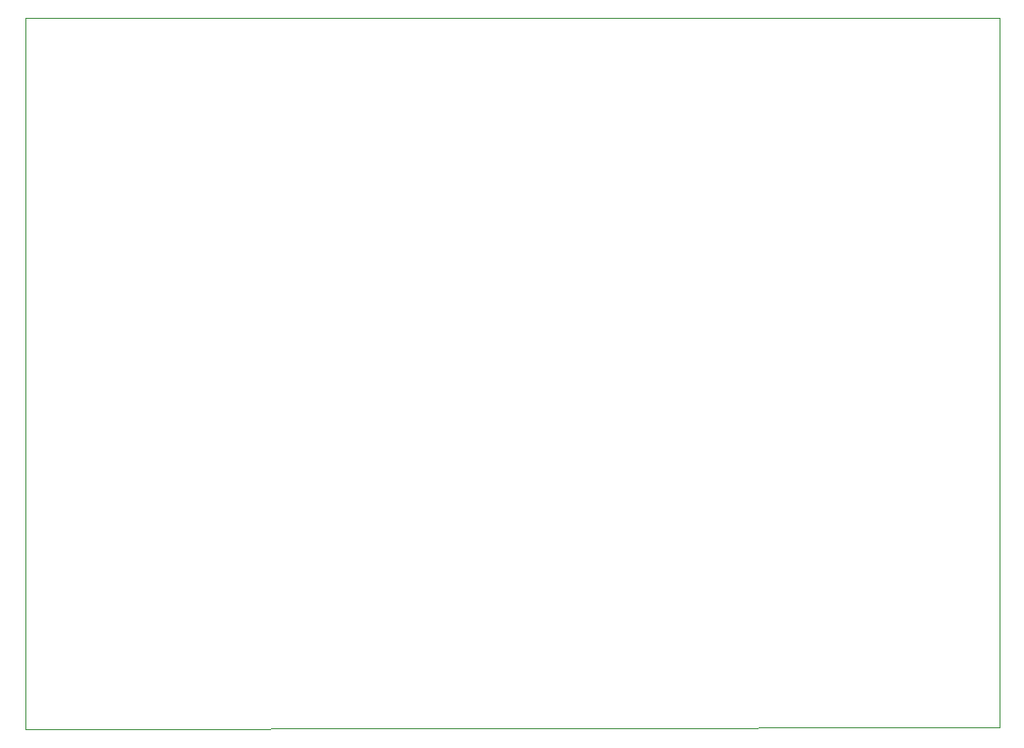
<source format=gm1>
%TF.GenerationSoftware,KiCad,Pcbnew,7.0.10-7.0.10~ubuntu22.04.1*%
%TF.CreationDate,2024-01-10T15:33:04-08:00*%
%TF.ProjectId,eFuse_voltmeter_r6,65467573-655f-4766-9f6c-746d65746572,rev?*%
%TF.SameCoordinates,Original*%
%TF.FileFunction,Profile,NP*%
%FSLAX46Y46*%
G04 Gerber Fmt 4.6, Leading zero omitted, Abs format (unit mm)*
G04 Created by KiCad (PCBNEW 7.0.10-7.0.10~ubuntu22.04.1) date 2024-01-10 15:33:04*
%MOMM*%
%LPD*%
G01*
G04 APERTURE LIST*
%TA.AperFunction,Profile*%
%ADD10C,0.100000*%
%TD*%
G04 APERTURE END LIST*
D10*
X169748200Y-63890200D02*
X169748200Y-127683016D01*
X82118200Y-127898200D02*
X82118200Y-63890200D01*
X169748200Y-127683016D02*
X82118200Y-127898200D01*
X82118200Y-63890200D02*
X169748200Y-63890200D01*
M02*

</source>
